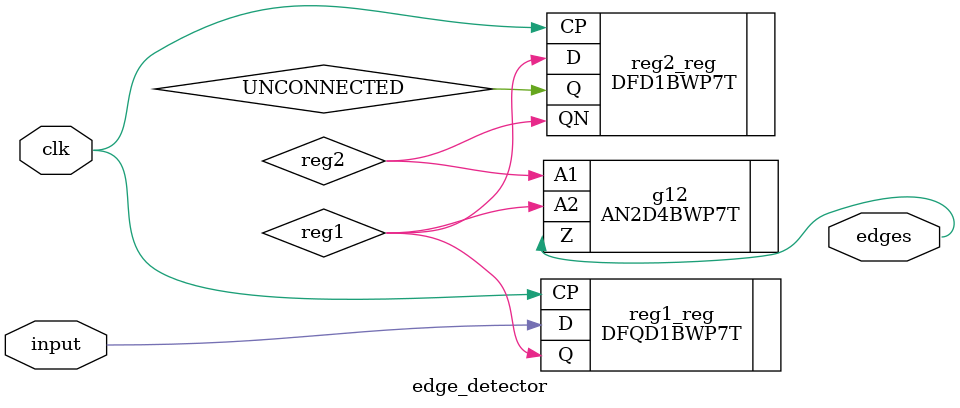
<source format=v>


// Verification Directory fv/edge_detector 

module edge_detector(clk, \input , edges);
  input clk, \input ;
  output edges;
  wire clk, \input ;
  wire edges;
  wire UNCONNECTED, reg1, reg2;
  AN2D4BWP7T g12(.A1 (reg2), .A2 (reg1), .Z (edges));
  DFD1BWP7T reg2_reg(.CP (clk), .D (reg1), .Q (UNCONNECTED), .QN
       (reg2));
  DFQD1BWP7T reg1_reg(.CP (clk), .D (\input ), .Q (reg1));
endmodule


</source>
